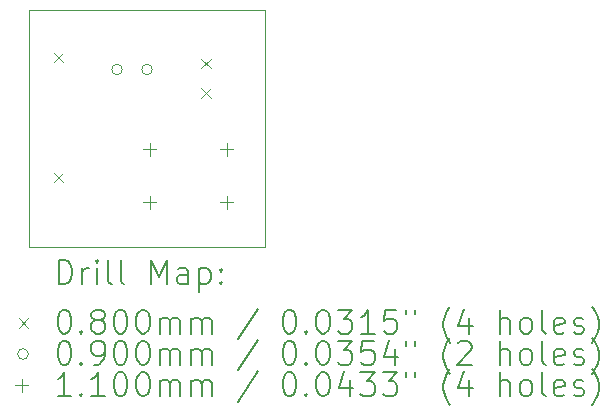
<source format=gbr>
%TF.GenerationSoftware,KiCad,Pcbnew,(6.0.9-0)*%
%TF.CreationDate,2022-12-03T16:28:11+09:00*%
%TF.ProjectId,LEDchika,4c454463-6869-46b6-912e-6b696361645f,rev?*%
%TF.SameCoordinates,Original*%
%TF.FileFunction,Drillmap*%
%TF.FilePolarity,Positive*%
%FSLAX45Y45*%
G04 Gerber Fmt 4.5, Leading zero omitted, Abs format (unit mm)*
G04 Created by KiCad (PCBNEW (6.0.9-0)) date 2022-12-03 16:28:11*
%MOMM*%
%LPD*%
G01*
G04 APERTURE LIST*
%ADD10C,0.100000*%
%ADD11C,0.200000*%
%ADD12C,0.080000*%
%ADD13C,0.090000*%
%ADD14C,0.110000*%
G04 APERTURE END LIST*
D10*
X16000000Y-13000000D02*
X14000000Y-13000000D01*
X14000000Y-11000000D01*
X16000000Y-11000000D01*
X16000000Y-13000000D01*
D11*
D12*
X14210000Y-11360000D02*
X14290000Y-11440000D01*
X14290000Y-11360000D02*
X14210000Y-11440000D01*
X14210000Y-12376000D02*
X14290000Y-12456000D01*
X14290000Y-12376000D02*
X14210000Y-12456000D01*
X15460000Y-11410000D02*
X15540000Y-11490000D01*
X15540000Y-11410000D02*
X15460000Y-11490000D01*
X15460000Y-11660000D02*
X15540000Y-11740000D01*
X15540000Y-11660000D02*
X15460000Y-11740000D01*
D13*
X14791000Y-11500000D02*
G75*
G03*
X14791000Y-11500000I-45000J0D01*
G01*
X15045000Y-11500000D02*
G75*
G03*
X15045000Y-11500000I-45000J0D01*
G01*
D14*
X15025000Y-12120000D02*
X15025000Y-12230000D01*
X14970000Y-12175000D02*
X15080000Y-12175000D01*
X15025000Y-12570000D02*
X15025000Y-12680000D01*
X14970000Y-12625000D02*
X15080000Y-12625000D01*
X15675000Y-12120000D02*
X15675000Y-12230000D01*
X15620000Y-12175000D02*
X15730000Y-12175000D01*
X15675000Y-12570000D02*
X15675000Y-12680000D01*
X15620000Y-12625000D02*
X15730000Y-12625000D01*
D11*
X14252619Y-13315476D02*
X14252619Y-13115476D01*
X14300238Y-13115476D01*
X14328809Y-13125000D01*
X14347857Y-13144048D01*
X14357381Y-13163095D01*
X14366905Y-13201190D01*
X14366905Y-13229762D01*
X14357381Y-13267857D01*
X14347857Y-13286905D01*
X14328809Y-13305952D01*
X14300238Y-13315476D01*
X14252619Y-13315476D01*
X14452619Y-13315476D02*
X14452619Y-13182143D01*
X14452619Y-13220238D02*
X14462143Y-13201190D01*
X14471667Y-13191667D01*
X14490714Y-13182143D01*
X14509762Y-13182143D01*
X14576428Y-13315476D02*
X14576428Y-13182143D01*
X14576428Y-13115476D02*
X14566905Y-13125000D01*
X14576428Y-13134524D01*
X14585952Y-13125000D01*
X14576428Y-13115476D01*
X14576428Y-13134524D01*
X14700238Y-13315476D02*
X14681190Y-13305952D01*
X14671667Y-13286905D01*
X14671667Y-13115476D01*
X14805000Y-13315476D02*
X14785952Y-13305952D01*
X14776428Y-13286905D01*
X14776428Y-13115476D01*
X15033571Y-13315476D02*
X15033571Y-13115476D01*
X15100238Y-13258333D01*
X15166905Y-13115476D01*
X15166905Y-13315476D01*
X15347857Y-13315476D02*
X15347857Y-13210714D01*
X15338333Y-13191667D01*
X15319286Y-13182143D01*
X15281190Y-13182143D01*
X15262143Y-13191667D01*
X15347857Y-13305952D02*
X15328809Y-13315476D01*
X15281190Y-13315476D01*
X15262143Y-13305952D01*
X15252619Y-13286905D01*
X15252619Y-13267857D01*
X15262143Y-13248809D01*
X15281190Y-13239286D01*
X15328809Y-13239286D01*
X15347857Y-13229762D01*
X15443095Y-13182143D02*
X15443095Y-13382143D01*
X15443095Y-13191667D02*
X15462143Y-13182143D01*
X15500238Y-13182143D01*
X15519286Y-13191667D01*
X15528809Y-13201190D01*
X15538333Y-13220238D01*
X15538333Y-13277381D01*
X15528809Y-13296428D01*
X15519286Y-13305952D01*
X15500238Y-13315476D01*
X15462143Y-13315476D01*
X15443095Y-13305952D01*
X15624048Y-13296428D02*
X15633571Y-13305952D01*
X15624048Y-13315476D01*
X15614524Y-13305952D01*
X15624048Y-13296428D01*
X15624048Y-13315476D01*
X15624048Y-13191667D02*
X15633571Y-13201190D01*
X15624048Y-13210714D01*
X15614524Y-13201190D01*
X15624048Y-13191667D01*
X15624048Y-13210714D01*
D12*
X13915000Y-13605000D02*
X13995000Y-13685000D01*
X13995000Y-13605000D02*
X13915000Y-13685000D01*
D11*
X14290714Y-13535476D02*
X14309762Y-13535476D01*
X14328809Y-13545000D01*
X14338333Y-13554524D01*
X14347857Y-13573571D01*
X14357381Y-13611667D01*
X14357381Y-13659286D01*
X14347857Y-13697381D01*
X14338333Y-13716428D01*
X14328809Y-13725952D01*
X14309762Y-13735476D01*
X14290714Y-13735476D01*
X14271667Y-13725952D01*
X14262143Y-13716428D01*
X14252619Y-13697381D01*
X14243095Y-13659286D01*
X14243095Y-13611667D01*
X14252619Y-13573571D01*
X14262143Y-13554524D01*
X14271667Y-13545000D01*
X14290714Y-13535476D01*
X14443095Y-13716428D02*
X14452619Y-13725952D01*
X14443095Y-13735476D01*
X14433571Y-13725952D01*
X14443095Y-13716428D01*
X14443095Y-13735476D01*
X14566905Y-13621190D02*
X14547857Y-13611667D01*
X14538333Y-13602143D01*
X14528809Y-13583095D01*
X14528809Y-13573571D01*
X14538333Y-13554524D01*
X14547857Y-13545000D01*
X14566905Y-13535476D01*
X14605000Y-13535476D01*
X14624048Y-13545000D01*
X14633571Y-13554524D01*
X14643095Y-13573571D01*
X14643095Y-13583095D01*
X14633571Y-13602143D01*
X14624048Y-13611667D01*
X14605000Y-13621190D01*
X14566905Y-13621190D01*
X14547857Y-13630714D01*
X14538333Y-13640238D01*
X14528809Y-13659286D01*
X14528809Y-13697381D01*
X14538333Y-13716428D01*
X14547857Y-13725952D01*
X14566905Y-13735476D01*
X14605000Y-13735476D01*
X14624048Y-13725952D01*
X14633571Y-13716428D01*
X14643095Y-13697381D01*
X14643095Y-13659286D01*
X14633571Y-13640238D01*
X14624048Y-13630714D01*
X14605000Y-13621190D01*
X14766905Y-13535476D02*
X14785952Y-13535476D01*
X14805000Y-13545000D01*
X14814524Y-13554524D01*
X14824048Y-13573571D01*
X14833571Y-13611667D01*
X14833571Y-13659286D01*
X14824048Y-13697381D01*
X14814524Y-13716428D01*
X14805000Y-13725952D01*
X14785952Y-13735476D01*
X14766905Y-13735476D01*
X14747857Y-13725952D01*
X14738333Y-13716428D01*
X14728809Y-13697381D01*
X14719286Y-13659286D01*
X14719286Y-13611667D01*
X14728809Y-13573571D01*
X14738333Y-13554524D01*
X14747857Y-13545000D01*
X14766905Y-13535476D01*
X14957381Y-13535476D02*
X14976428Y-13535476D01*
X14995476Y-13545000D01*
X15005000Y-13554524D01*
X15014524Y-13573571D01*
X15024048Y-13611667D01*
X15024048Y-13659286D01*
X15014524Y-13697381D01*
X15005000Y-13716428D01*
X14995476Y-13725952D01*
X14976428Y-13735476D01*
X14957381Y-13735476D01*
X14938333Y-13725952D01*
X14928809Y-13716428D01*
X14919286Y-13697381D01*
X14909762Y-13659286D01*
X14909762Y-13611667D01*
X14919286Y-13573571D01*
X14928809Y-13554524D01*
X14938333Y-13545000D01*
X14957381Y-13535476D01*
X15109762Y-13735476D02*
X15109762Y-13602143D01*
X15109762Y-13621190D02*
X15119286Y-13611667D01*
X15138333Y-13602143D01*
X15166905Y-13602143D01*
X15185952Y-13611667D01*
X15195476Y-13630714D01*
X15195476Y-13735476D01*
X15195476Y-13630714D02*
X15205000Y-13611667D01*
X15224048Y-13602143D01*
X15252619Y-13602143D01*
X15271667Y-13611667D01*
X15281190Y-13630714D01*
X15281190Y-13735476D01*
X15376428Y-13735476D02*
X15376428Y-13602143D01*
X15376428Y-13621190D02*
X15385952Y-13611667D01*
X15405000Y-13602143D01*
X15433571Y-13602143D01*
X15452619Y-13611667D01*
X15462143Y-13630714D01*
X15462143Y-13735476D01*
X15462143Y-13630714D02*
X15471667Y-13611667D01*
X15490714Y-13602143D01*
X15519286Y-13602143D01*
X15538333Y-13611667D01*
X15547857Y-13630714D01*
X15547857Y-13735476D01*
X15938333Y-13525952D02*
X15766905Y-13783095D01*
X16195476Y-13535476D02*
X16214524Y-13535476D01*
X16233571Y-13545000D01*
X16243095Y-13554524D01*
X16252619Y-13573571D01*
X16262143Y-13611667D01*
X16262143Y-13659286D01*
X16252619Y-13697381D01*
X16243095Y-13716428D01*
X16233571Y-13725952D01*
X16214524Y-13735476D01*
X16195476Y-13735476D01*
X16176428Y-13725952D01*
X16166905Y-13716428D01*
X16157381Y-13697381D01*
X16147857Y-13659286D01*
X16147857Y-13611667D01*
X16157381Y-13573571D01*
X16166905Y-13554524D01*
X16176428Y-13545000D01*
X16195476Y-13535476D01*
X16347857Y-13716428D02*
X16357381Y-13725952D01*
X16347857Y-13735476D01*
X16338333Y-13725952D01*
X16347857Y-13716428D01*
X16347857Y-13735476D01*
X16481190Y-13535476D02*
X16500238Y-13535476D01*
X16519286Y-13545000D01*
X16528809Y-13554524D01*
X16538333Y-13573571D01*
X16547857Y-13611667D01*
X16547857Y-13659286D01*
X16538333Y-13697381D01*
X16528809Y-13716428D01*
X16519286Y-13725952D01*
X16500238Y-13735476D01*
X16481190Y-13735476D01*
X16462143Y-13725952D01*
X16452619Y-13716428D01*
X16443095Y-13697381D01*
X16433571Y-13659286D01*
X16433571Y-13611667D01*
X16443095Y-13573571D01*
X16452619Y-13554524D01*
X16462143Y-13545000D01*
X16481190Y-13535476D01*
X16614524Y-13535476D02*
X16738333Y-13535476D01*
X16671667Y-13611667D01*
X16700238Y-13611667D01*
X16719286Y-13621190D01*
X16728809Y-13630714D01*
X16738333Y-13649762D01*
X16738333Y-13697381D01*
X16728809Y-13716428D01*
X16719286Y-13725952D01*
X16700238Y-13735476D01*
X16643095Y-13735476D01*
X16624048Y-13725952D01*
X16614524Y-13716428D01*
X16928810Y-13735476D02*
X16814524Y-13735476D01*
X16871667Y-13735476D02*
X16871667Y-13535476D01*
X16852619Y-13564048D01*
X16833571Y-13583095D01*
X16814524Y-13592619D01*
X17109762Y-13535476D02*
X17014524Y-13535476D01*
X17005000Y-13630714D01*
X17014524Y-13621190D01*
X17033571Y-13611667D01*
X17081190Y-13611667D01*
X17100238Y-13621190D01*
X17109762Y-13630714D01*
X17119286Y-13649762D01*
X17119286Y-13697381D01*
X17109762Y-13716428D01*
X17100238Y-13725952D01*
X17081190Y-13735476D01*
X17033571Y-13735476D01*
X17014524Y-13725952D01*
X17005000Y-13716428D01*
X17195476Y-13535476D02*
X17195476Y-13573571D01*
X17271667Y-13535476D02*
X17271667Y-13573571D01*
X17566905Y-13811667D02*
X17557381Y-13802143D01*
X17538333Y-13773571D01*
X17528810Y-13754524D01*
X17519286Y-13725952D01*
X17509762Y-13678333D01*
X17509762Y-13640238D01*
X17519286Y-13592619D01*
X17528810Y-13564048D01*
X17538333Y-13545000D01*
X17557381Y-13516428D01*
X17566905Y-13506905D01*
X17728810Y-13602143D02*
X17728810Y-13735476D01*
X17681190Y-13525952D02*
X17633571Y-13668809D01*
X17757381Y-13668809D01*
X17985952Y-13735476D02*
X17985952Y-13535476D01*
X18071667Y-13735476D02*
X18071667Y-13630714D01*
X18062143Y-13611667D01*
X18043095Y-13602143D01*
X18014524Y-13602143D01*
X17995476Y-13611667D01*
X17985952Y-13621190D01*
X18195476Y-13735476D02*
X18176429Y-13725952D01*
X18166905Y-13716428D01*
X18157381Y-13697381D01*
X18157381Y-13640238D01*
X18166905Y-13621190D01*
X18176429Y-13611667D01*
X18195476Y-13602143D01*
X18224048Y-13602143D01*
X18243095Y-13611667D01*
X18252619Y-13621190D01*
X18262143Y-13640238D01*
X18262143Y-13697381D01*
X18252619Y-13716428D01*
X18243095Y-13725952D01*
X18224048Y-13735476D01*
X18195476Y-13735476D01*
X18376429Y-13735476D02*
X18357381Y-13725952D01*
X18347857Y-13706905D01*
X18347857Y-13535476D01*
X18528810Y-13725952D02*
X18509762Y-13735476D01*
X18471667Y-13735476D01*
X18452619Y-13725952D01*
X18443095Y-13706905D01*
X18443095Y-13630714D01*
X18452619Y-13611667D01*
X18471667Y-13602143D01*
X18509762Y-13602143D01*
X18528810Y-13611667D01*
X18538333Y-13630714D01*
X18538333Y-13649762D01*
X18443095Y-13668809D01*
X18614524Y-13725952D02*
X18633571Y-13735476D01*
X18671667Y-13735476D01*
X18690714Y-13725952D01*
X18700238Y-13706905D01*
X18700238Y-13697381D01*
X18690714Y-13678333D01*
X18671667Y-13668809D01*
X18643095Y-13668809D01*
X18624048Y-13659286D01*
X18614524Y-13640238D01*
X18614524Y-13630714D01*
X18624048Y-13611667D01*
X18643095Y-13602143D01*
X18671667Y-13602143D01*
X18690714Y-13611667D01*
X18766905Y-13811667D02*
X18776429Y-13802143D01*
X18795476Y-13773571D01*
X18805000Y-13754524D01*
X18814524Y-13725952D01*
X18824048Y-13678333D01*
X18824048Y-13640238D01*
X18814524Y-13592619D01*
X18805000Y-13564048D01*
X18795476Y-13545000D01*
X18776429Y-13516428D01*
X18766905Y-13506905D01*
D13*
X13995000Y-13909000D02*
G75*
G03*
X13995000Y-13909000I-45000J0D01*
G01*
D11*
X14290714Y-13799476D02*
X14309762Y-13799476D01*
X14328809Y-13809000D01*
X14338333Y-13818524D01*
X14347857Y-13837571D01*
X14357381Y-13875667D01*
X14357381Y-13923286D01*
X14347857Y-13961381D01*
X14338333Y-13980428D01*
X14328809Y-13989952D01*
X14309762Y-13999476D01*
X14290714Y-13999476D01*
X14271667Y-13989952D01*
X14262143Y-13980428D01*
X14252619Y-13961381D01*
X14243095Y-13923286D01*
X14243095Y-13875667D01*
X14252619Y-13837571D01*
X14262143Y-13818524D01*
X14271667Y-13809000D01*
X14290714Y-13799476D01*
X14443095Y-13980428D02*
X14452619Y-13989952D01*
X14443095Y-13999476D01*
X14433571Y-13989952D01*
X14443095Y-13980428D01*
X14443095Y-13999476D01*
X14547857Y-13999476D02*
X14585952Y-13999476D01*
X14605000Y-13989952D01*
X14614524Y-13980428D01*
X14633571Y-13951857D01*
X14643095Y-13913762D01*
X14643095Y-13837571D01*
X14633571Y-13818524D01*
X14624048Y-13809000D01*
X14605000Y-13799476D01*
X14566905Y-13799476D01*
X14547857Y-13809000D01*
X14538333Y-13818524D01*
X14528809Y-13837571D01*
X14528809Y-13885190D01*
X14538333Y-13904238D01*
X14547857Y-13913762D01*
X14566905Y-13923286D01*
X14605000Y-13923286D01*
X14624048Y-13913762D01*
X14633571Y-13904238D01*
X14643095Y-13885190D01*
X14766905Y-13799476D02*
X14785952Y-13799476D01*
X14805000Y-13809000D01*
X14814524Y-13818524D01*
X14824048Y-13837571D01*
X14833571Y-13875667D01*
X14833571Y-13923286D01*
X14824048Y-13961381D01*
X14814524Y-13980428D01*
X14805000Y-13989952D01*
X14785952Y-13999476D01*
X14766905Y-13999476D01*
X14747857Y-13989952D01*
X14738333Y-13980428D01*
X14728809Y-13961381D01*
X14719286Y-13923286D01*
X14719286Y-13875667D01*
X14728809Y-13837571D01*
X14738333Y-13818524D01*
X14747857Y-13809000D01*
X14766905Y-13799476D01*
X14957381Y-13799476D02*
X14976428Y-13799476D01*
X14995476Y-13809000D01*
X15005000Y-13818524D01*
X15014524Y-13837571D01*
X15024048Y-13875667D01*
X15024048Y-13923286D01*
X15014524Y-13961381D01*
X15005000Y-13980428D01*
X14995476Y-13989952D01*
X14976428Y-13999476D01*
X14957381Y-13999476D01*
X14938333Y-13989952D01*
X14928809Y-13980428D01*
X14919286Y-13961381D01*
X14909762Y-13923286D01*
X14909762Y-13875667D01*
X14919286Y-13837571D01*
X14928809Y-13818524D01*
X14938333Y-13809000D01*
X14957381Y-13799476D01*
X15109762Y-13999476D02*
X15109762Y-13866143D01*
X15109762Y-13885190D02*
X15119286Y-13875667D01*
X15138333Y-13866143D01*
X15166905Y-13866143D01*
X15185952Y-13875667D01*
X15195476Y-13894714D01*
X15195476Y-13999476D01*
X15195476Y-13894714D02*
X15205000Y-13875667D01*
X15224048Y-13866143D01*
X15252619Y-13866143D01*
X15271667Y-13875667D01*
X15281190Y-13894714D01*
X15281190Y-13999476D01*
X15376428Y-13999476D02*
X15376428Y-13866143D01*
X15376428Y-13885190D02*
X15385952Y-13875667D01*
X15405000Y-13866143D01*
X15433571Y-13866143D01*
X15452619Y-13875667D01*
X15462143Y-13894714D01*
X15462143Y-13999476D01*
X15462143Y-13894714D02*
X15471667Y-13875667D01*
X15490714Y-13866143D01*
X15519286Y-13866143D01*
X15538333Y-13875667D01*
X15547857Y-13894714D01*
X15547857Y-13999476D01*
X15938333Y-13789952D02*
X15766905Y-14047095D01*
X16195476Y-13799476D02*
X16214524Y-13799476D01*
X16233571Y-13809000D01*
X16243095Y-13818524D01*
X16252619Y-13837571D01*
X16262143Y-13875667D01*
X16262143Y-13923286D01*
X16252619Y-13961381D01*
X16243095Y-13980428D01*
X16233571Y-13989952D01*
X16214524Y-13999476D01*
X16195476Y-13999476D01*
X16176428Y-13989952D01*
X16166905Y-13980428D01*
X16157381Y-13961381D01*
X16147857Y-13923286D01*
X16147857Y-13875667D01*
X16157381Y-13837571D01*
X16166905Y-13818524D01*
X16176428Y-13809000D01*
X16195476Y-13799476D01*
X16347857Y-13980428D02*
X16357381Y-13989952D01*
X16347857Y-13999476D01*
X16338333Y-13989952D01*
X16347857Y-13980428D01*
X16347857Y-13999476D01*
X16481190Y-13799476D02*
X16500238Y-13799476D01*
X16519286Y-13809000D01*
X16528809Y-13818524D01*
X16538333Y-13837571D01*
X16547857Y-13875667D01*
X16547857Y-13923286D01*
X16538333Y-13961381D01*
X16528809Y-13980428D01*
X16519286Y-13989952D01*
X16500238Y-13999476D01*
X16481190Y-13999476D01*
X16462143Y-13989952D01*
X16452619Y-13980428D01*
X16443095Y-13961381D01*
X16433571Y-13923286D01*
X16433571Y-13875667D01*
X16443095Y-13837571D01*
X16452619Y-13818524D01*
X16462143Y-13809000D01*
X16481190Y-13799476D01*
X16614524Y-13799476D02*
X16738333Y-13799476D01*
X16671667Y-13875667D01*
X16700238Y-13875667D01*
X16719286Y-13885190D01*
X16728809Y-13894714D01*
X16738333Y-13913762D01*
X16738333Y-13961381D01*
X16728809Y-13980428D01*
X16719286Y-13989952D01*
X16700238Y-13999476D01*
X16643095Y-13999476D01*
X16624048Y-13989952D01*
X16614524Y-13980428D01*
X16919286Y-13799476D02*
X16824048Y-13799476D01*
X16814524Y-13894714D01*
X16824048Y-13885190D01*
X16843095Y-13875667D01*
X16890714Y-13875667D01*
X16909762Y-13885190D01*
X16919286Y-13894714D01*
X16928810Y-13913762D01*
X16928810Y-13961381D01*
X16919286Y-13980428D01*
X16909762Y-13989952D01*
X16890714Y-13999476D01*
X16843095Y-13999476D01*
X16824048Y-13989952D01*
X16814524Y-13980428D01*
X17100238Y-13866143D02*
X17100238Y-13999476D01*
X17052619Y-13789952D02*
X17005000Y-13932809D01*
X17128810Y-13932809D01*
X17195476Y-13799476D02*
X17195476Y-13837571D01*
X17271667Y-13799476D02*
X17271667Y-13837571D01*
X17566905Y-14075667D02*
X17557381Y-14066143D01*
X17538333Y-14037571D01*
X17528810Y-14018524D01*
X17519286Y-13989952D01*
X17509762Y-13942333D01*
X17509762Y-13904238D01*
X17519286Y-13856619D01*
X17528810Y-13828048D01*
X17538333Y-13809000D01*
X17557381Y-13780428D01*
X17566905Y-13770905D01*
X17633571Y-13818524D02*
X17643095Y-13809000D01*
X17662143Y-13799476D01*
X17709762Y-13799476D01*
X17728810Y-13809000D01*
X17738333Y-13818524D01*
X17747857Y-13837571D01*
X17747857Y-13856619D01*
X17738333Y-13885190D01*
X17624048Y-13999476D01*
X17747857Y-13999476D01*
X17985952Y-13999476D02*
X17985952Y-13799476D01*
X18071667Y-13999476D02*
X18071667Y-13894714D01*
X18062143Y-13875667D01*
X18043095Y-13866143D01*
X18014524Y-13866143D01*
X17995476Y-13875667D01*
X17985952Y-13885190D01*
X18195476Y-13999476D02*
X18176429Y-13989952D01*
X18166905Y-13980428D01*
X18157381Y-13961381D01*
X18157381Y-13904238D01*
X18166905Y-13885190D01*
X18176429Y-13875667D01*
X18195476Y-13866143D01*
X18224048Y-13866143D01*
X18243095Y-13875667D01*
X18252619Y-13885190D01*
X18262143Y-13904238D01*
X18262143Y-13961381D01*
X18252619Y-13980428D01*
X18243095Y-13989952D01*
X18224048Y-13999476D01*
X18195476Y-13999476D01*
X18376429Y-13999476D02*
X18357381Y-13989952D01*
X18347857Y-13970905D01*
X18347857Y-13799476D01*
X18528810Y-13989952D02*
X18509762Y-13999476D01*
X18471667Y-13999476D01*
X18452619Y-13989952D01*
X18443095Y-13970905D01*
X18443095Y-13894714D01*
X18452619Y-13875667D01*
X18471667Y-13866143D01*
X18509762Y-13866143D01*
X18528810Y-13875667D01*
X18538333Y-13894714D01*
X18538333Y-13913762D01*
X18443095Y-13932809D01*
X18614524Y-13989952D02*
X18633571Y-13999476D01*
X18671667Y-13999476D01*
X18690714Y-13989952D01*
X18700238Y-13970905D01*
X18700238Y-13961381D01*
X18690714Y-13942333D01*
X18671667Y-13932809D01*
X18643095Y-13932809D01*
X18624048Y-13923286D01*
X18614524Y-13904238D01*
X18614524Y-13894714D01*
X18624048Y-13875667D01*
X18643095Y-13866143D01*
X18671667Y-13866143D01*
X18690714Y-13875667D01*
X18766905Y-14075667D02*
X18776429Y-14066143D01*
X18795476Y-14037571D01*
X18805000Y-14018524D01*
X18814524Y-13989952D01*
X18824048Y-13942333D01*
X18824048Y-13904238D01*
X18814524Y-13856619D01*
X18805000Y-13828048D01*
X18795476Y-13809000D01*
X18776429Y-13780428D01*
X18766905Y-13770905D01*
D14*
X13940000Y-14118000D02*
X13940000Y-14228000D01*
X13885000Y-14173000D02*
X13995000Y-14173000D01*
D11*
X14357381Y-14263476D02*
X14243095Y-14263476D01*
X14300238Y-14263476D02*
X14300238Y-14063476D01*
X14281190Y-14092048D01*
X14262143Y-14111095D01*
X14243095Y-14120619D01*
X14443095Y-14244428D02*
X14452619Y-14253952D01*
X14443095Y-14263476D01*
X14433571Y-14253952D01*
X14443095Y-14244428D01*
X14443095Y-14263476D01*
X14643095Y-14263476D02*
X14528809Y-14263476D01*
X14585952Y-14263476D02*
X14585952Y-14063476D01*
X14566905Y-14092048D01*
X14547857Y-14111095D01*
X14528809Y-14120619D01*
X14766905Y-14063476D02*
X14785952Y-14063476D01*
X14805000Y-14073000D01*
X14814524Y-14082524D01*
X14824048Y-14101571D01*
X14833571Y-14139667D01*
X14833571Y-14187286D01*
X14824048Y-14225381D01*
X14814524Y-14244428D01*
X14805000Y-14253952D01*
X14785952Y-14263476D01*
X14766905Y-14263476D01*
X14747857Y-14253952D01*
X14738333Y-14244428D01*
X14728809Y-14225381D01*
X14719286Y-14187286D01*
X14719286Y-14139667D01*
X14728809Y-14101571D01*
X14738333Y-14082524D01*
X14747857Y-14073000D01*
X14766905Y-14063476D01*
X14957381Y-14063476D02*
X14976428Y-14063476D01*
X14995476Y-14073000D01*
X15005000Y-14082524D01*
X15014524Y-14101571D01*
X15024048Y-14139667D01*
X15024048Y-14187286D01*
X15014524Y-14225381D01*
X15005000Y-14244428D01*
X14995476Y-14253952D01*
X14976428Y-14263476D01*
X14957381Y-14263476D01*
X14938333Y-14253952D01*
X14928809Y-14244428D01*
X14919286Y-14225381D01*
X14909762Y-14187286D01*
X14909762Y-14139667D01*
X14919286Y-14101571D01*
X14928809Y-14082524D01*
X14938333Y-14073000D01*
X14957381Y-14063476D01*
X15109762Y-14263476D02*
X15109762Y-14130143D01*
X15109762Y-14149190D02*
X15119286Y-14139667D01*
X15138333Y-14130143D01*
X15166905Y-14130143D01*
X15185952Y-14139667D01*
X15195476Y-14158714D01*
X15195476Y-14263476D01*
X15195476Y-14158714D02*
X15205000Y-14139667D01*
X15224048Y-14130143D01*
X15252619Y-14130143D01*
X15271667Y-14139667D01*
X15281190Y-14158714D01*
X15281190Y-14263476D01*
X15376428Y-14263476D02*
X15376428Y-14130143D01*
X15376428Y-14149190D02*
X15385952Y-14139667D01*
X15405000Y-14130143D01*
X15433571Y-14130143D01*
X15452619Y-14139667D01*
X15462143Y-14158714D01*
X15462143Y-14263476D01*
X15462143Y-14158714D02*
X15471667Y-14139667D01*
X15490714Y-14130143D01*
X15519286Y-14130143D01*
X15538333Y-14139667D01*
X15547857Y-14158714D01*
X15547857Y-14263476D01*
X15938333Y-14053952D02*
X15766905Y-14311095D01*
X16195476Y-14063476D02*
X16214524Y-14063476D01*
X16233571Y-14073000D01*
X16243095Y-14082524D01*
X16252619Y-14101571D01*
X16262143Y-14139667D01*
X16262143Y-14187286D01*
X16252619Y-14225381D01*
X16243095Y-14244428D01*
X16233571Y-14253952D01*
X16214524Y-14263476D01*
X16195476Y-14263476D01*
X16176428Y-14253952D01*
X16166905Y-14244428D01*
X16157381Y-14225381D01*
X16147857Y-14187286D01*
X16147857Y-14139667D01*
X16157381Y-14101571D01*
X16166905Y-14082524D01*
X16176428Y-14073000D01*
X16195476Y-14063476D01*
X16347857Y-14244428D02*
X16357381Y-14253952D01*
X16347857Y-14263476D01*
X16338333Y-14253952D01*
X16347857Y-14244428D01*
X16347857Y-14263476D01*
X16481190Y-14063476D02*
X16500238Y-14063476D01*
X16519286Y-14073000D01*
X16528809Y-14082524D01*
X16538333Y-14101571D01*
X16547857Y-14139667D01*
X16547857Y-14187286D01*
X16538333Y-14225381D01*
X16528809Y-14244428D01*
X16519286Y-14253952D01*
X16500238Y-14263476D01*
X16481190Y-14263476D01*
X16462143Y-14253952D01*
X16452619Y-14244428D01*
X16443095Y-14225381D01*
X16433571Y-14187286D01*
X16433571Y-14139667D01*
X16443095Y-14101571D01*
X16452619Y-14082524D01*
X16462143Y-14073000D01*
X16481190Y-14063476D01*
X16719286Y-14130143D02*
X16719286Y-14263476D01*
X16671667Y-14053952D02*
X16624048Y-14196809D01*
X16747857Y-14196809D01*
X16805000Y-14063476D02*
X16928810Y-14063476D01*
X16862143Y-14139667D01*
X16890714Y-14139667D01*
X16909762Y-14149190D01*
X16919286Y-14158714D01*
X16928810Y-14177762D01*
X16928810Y-14225381D01*
X16919286Y-14244428D01*
X16909762Y-14253952D01*
X16890714Y-14263476D01*
X16833571Y-14263476D01*
X16814524Y-14253952D01*
X16805000Y-14244428D01*
X16995476Y-14063476D02*
X17119286Y-14063476D01*
X17052619Y-14139667D01*
X17081190Y-14139667D01*
X17100238Y-14149190D01*
X17109762Y-14158714D01*
X17119286Y-14177762D01*
X17119286Y-14225381D01*
X17109762Y-14244428D01*
X17100238Y-14253952D01*
X17081190Y-14263476D01*
X17024048Y-14263476D01*
X17005000Y-14253952D01*
X16995476Y-14244428D01*
X17195476Y-14063476D02*
X17195476Y-14101571D01*
X17271667Y-14063476D02*
X17271667Y-14101571D01*
X17566905Y-14339667D02*
X17557381Y-14330143D01*
X17538333Y-14301571D01*
X17528810Y-14282524D01*
X17519286Y-14253952D01*
X17509762Y-14206333D01*
X17509762Y-14168238D01*
X17519286Y-14120619D01*
X17528810Y-14092048D01*
X17538333Y-14073000D01*
X17557381Y-14044428D01*
X17566905Y-14034905D01*
X17728810Y-14130143D02*
X17728810Y-14263476D01*
X17681190Y-14053952D02*
X17633571Y-14196809D01*
X17757381Y-14196809D01*
X17985952Y-14263476D02*
X17985952Y-14063476D01*
X18071667Y-14263476D02*
X18071667Y-14158714D01*
X18062143Y-14139667D01*
X18043095Y-14130143D01*
X18014524Y-14130143D01*
X17995476Y-14139667D01*
X17985952Y-14149190D01*
X18195476Y-14263476D02*
X18176429Y-14253952D01*
X18166905Y-14244428D01*
X18157381Y-14225381D01*
X18157381Y-14168238D01*
X18166905Y-14149190D01*
X18176429Y-14139667D01*
X18195476Y-14130143D01*
X18224048Y-14130143D01*
X18243095Y-14139667D01*
X18252619Y-14149190D01*
X18262143Y-14168238D01*
X18262143Y-14225381D01*
X18252619Y-14244428D01*
X18243095Y-14253952D01*
X18224048Y-14263476D01*
X18195476Y-14263476D01*
X18376429Y-14263476D02*
X18357381Y-14253952D01*
X18347857Y-14234905D01*
X18347857Y-14063476D01*
X18528810Y-14253952D02*
X18509762Y-14263476D01*
X18471667Y-14263476D01*
X18452619Y-14253952D01*
X18443095Y-14234905D01*
X18443095Y-14158714D01*
X18452619Y-14139667D01*
X18471667Y-14130143D01*
X18509762Y-14130143D01*
X18528810Y-14139667D01*
X18538333Y-14158714D01*
X18538333Y-14177762D01*
X18443095Y-14196809D01*
X18614524Y-14253952D02*
X18633571Y-14263476D01*
X18671667Y-14263476D01*
X18690714Y-14253952D01*
X18700238Y-14234905D01*
X18700238Y-14225381D01*
X18690714Y-14206333D01*
X18671667Y-14196809D01*
X18643095Y-14196809D01*
X18624048Y-14187286D01*
X18614524Y-14168238D01*
X18614524Y-14158714D01*
X18624048Y-14139667D01*
X18643095Y-14130143D01*
X18671667Y-14130143D01*
X18690714Y-14139667D01*
X18766905Y-14339667D02*
X18776429Y-14330143D01*
X18795476Y-14301571D01*
X18805000Y-14282524D01*
X18814524Y-14253952D01*
X18824048Y-14206333D01*
X18824048Y-14168238D01*
X18814524Y-14120619D01*
X18805000Y-14092048D01*
X18795476Y-14073000D01*
X18776429Y-14044428D01*
X18766905Y-14034905D01*
M02*

</source>
